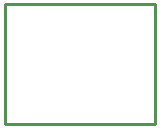
<source format=gbr>
G04 EAGLE Gerber RS-274X export*
G75*
%MOMM*%
%FSLAX34Y34*%
%LPD*%
%IN*%
%IPPOS*%
%AMOC8*
5,1,8,0,0,1.08239X$1,22.5*%
G01*
%ADD10C,0.254000*%


D10*
X0Y0D02*
X127000Y0D01*
X127000Y101600D01*
X0Y101600D01*
X0Y0D01*
M02*

</source>
